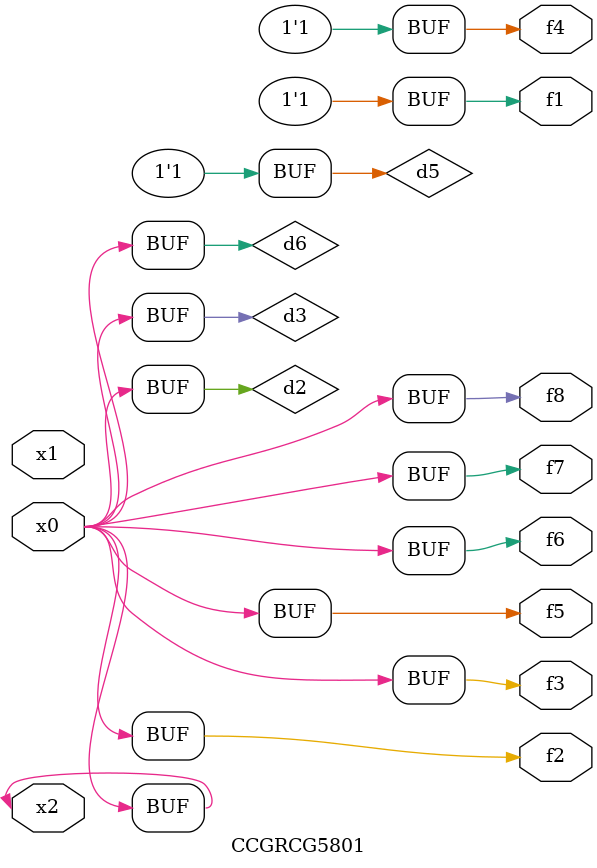
<source format=v>
module CCGRCG5801(
	input x0, x1, x2,
	output f1, f2, f3, f4, f5, f6, f7, f8
);

	wire d1, d2, d3, d4, d5, d6;

	xnor (d1, x2);
	buf (d2, x0, x2);
	and (d3, x0);
	xnor (d4, x1, x2);
	nand (d5, d1, d3);
	buf (d6, d2, d3);
	assign f1 = d5;
	assign f2 = d6;
	assign f3 = d6;
	assign f4 = d5;
	assign f5 = d6;
	assign f6 = d6;
	assign f7 = d6;
	assign f8 = d6;
endmodule

</source>
